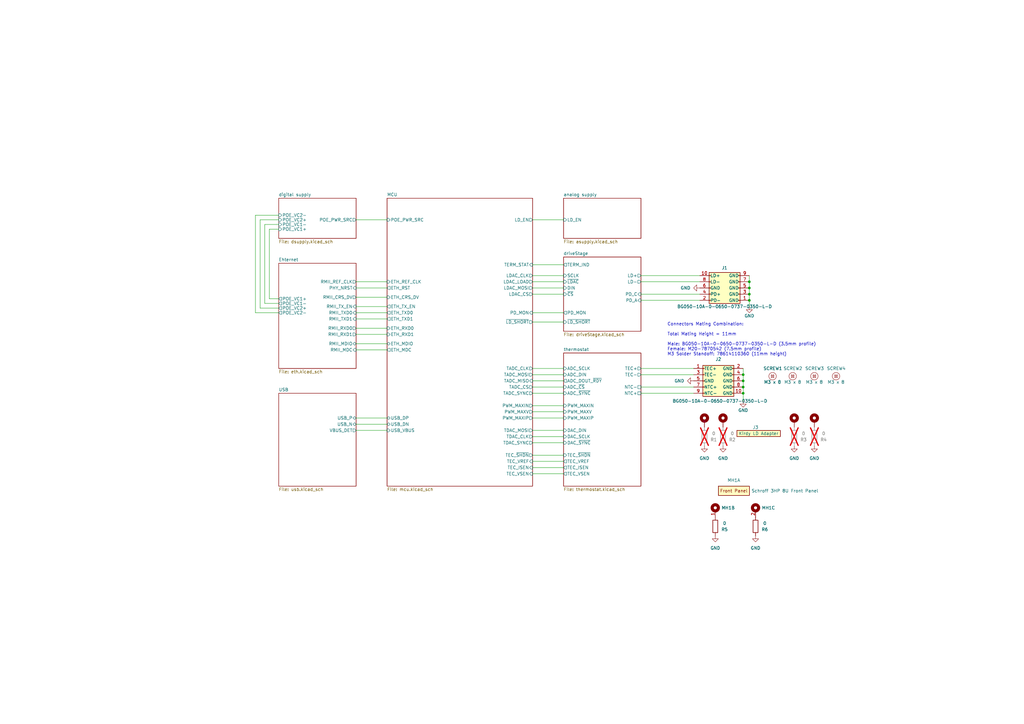
<source format=kicad_sch>
(kicad_sch (version 20230121) (generator eeschema)
  (paper "A3")
  (title_block (title "Kirdy") (date "2023-11-27") (rev "r0_3") (company "M-Labs Limited") (comment 1 "Linus Woo Chun Kit"))
  (lib_symbols
    (symbol "Device:R" (pin_numbers hide) (pin_names (offset 0))
      (property "Reference" "R" (at 2.032 0 90))
      (property "Value" "R" (at 0 0 90))
      (symbol "R_0_1"
        (rectangle (start -1.016 -2.54) (end 1.016 2.54) (stroke (width 0.254)))
      )
      (symbol "R_1_1"
        (pin passive line (at 0 3.81 270) (length 1.27) (name "~") (number "1"))
        (pin passive line (at 0 -3.81 90) (length 1.27) (name "~") (number "2"))
      )
    )
    (symbol "Mechanical:MountingHole_Pad" (pin_numbers hide) (pin_names (offset 1.016) hide)
      (property "Reference" "H" (at 0 6.35 0))
      (property "Value" "MountingHole_Pad" (at 0 4.445 0))
      (symbol "MountingHole_Pad_0_1"
        (circle (center 0 1.27) (radius 1.27) (stroke (width 1.27)))
      )
      (symbol "MountingHole_Pad_1_1"
        (pin input line (at 0 -2.54 90) (length 2.54) (name "1") (number "1"))
      )
    )
    (symbol "Panel_1"
      (property "Reference" "MH" (at 1.27 3.175 0))
      (symbol "Panel_1_1_1"
        (rectangle (start 0 0) (end 12.7 -3.81) (stroke (width 0.254)) (fill (type background)))
        (text "Front Panel" (at 6.35 -1.905 0) (effects (font (size 1.27 1.27))))
      )
      (symbol "Panel_1_2_1"
        (circle (center 0 0) (radius 1.27) (stroke (width 1.27)))
        (pin input line (at 3.81 0 180) (length 2.54) (name "") (number "1"))
      )
      (symbol "Panel_1_3_1"
        (circle (center 0 0) (radius 1.27) (stroke (width 1.27)))
        (pin input line (at 3.81 0 180) (length 2.54) (name "") (number "2"))
      )
    )
    (symbol "kirdy:Kirdy_Adapter_HDR1"
      (property "Reference" "J" (at 5.08 2.54 0))
      (property "Value" "BG050-10A-0-0650-0737-0350-L-D" (at 10.16 -12.7 0))
      (symbol "Kirdy_Adapter_HDR1_1_1"
        (rectangle (start 3.81 -10.033) (end 4.445 -10.287) (stroke (width 0.1524)))
        (rectangle (start 3.81 -7.493) (end 4.445 -7.747) (stroke (width 0.1524)))
        (rectangle (start 3.81 -4.953) (end 4.445 -5.207) (stroke (width 0.1524)))
        (rectangle (start 3.81 -2.413) (end 4.445 -2.667) (stroke (width 0.1524)))
        (rectangle (start 3.81 0.127) (end 4.445 -0.127) (stroke (width 0.1524)))
        (rectangle (start 3.81 1.27) (end 16.51 -11.43) (stroke (width 0.254)) (fill (type background)))
        (rectangle (start 15.875 -10.033) (end 16.51 -10.287) (stroke (width 0.1524)))
        (rectangle (start 15.875 -7.493) (end 16.51 -7.747) (stroke (width 0.1524)))
        (rectangle (start 15.875 -4.953) (end 16.51 -5.207) (stroke (width 0.1524)))
        (rectangle (start 15.875 -2.413) (end 16.51 -2.667) (stroke (width 0.1524)))
        (rectangle (start 15.875 0.127) (end 16.51 -0.127) (stroke (width 0.1524)))
        (pin passive line (at 0 0 0) (length 3.81) (name "TEC+") (number "1"))
        (pin passive line (at 20.32 -10.16 180) (length 3.81) (name "GND") (number "10"))
        (pin passive line (at 20.32 0 180) (length 3.81) (name "GND") (number "2"))
        (pin passive line (at 0 -2.54 0) (length 3.81) (name "TEC-") (number "3"))
        (pin passive line (at 20.32 -2.54 180) (length 3.81) (name "GND") (number "4"))
        (pin passive line (at 0 -5.08 0) (length 3.81) (name "GND") (number "5"))
        (pin passive line (at 20.32 -5.08 180) (length 3.81) (name "GND") (number "6"))
        (pin passive line (at 0 -7.62 0) (length 3.81) (name "NTC+") (number "7"))
        (pin passive line (at 20.32 -7.62 180) (length 3.81) (name "GND") (number "8"))
        (pin passive line (at 0 -10.16 0) (length 3.81) (name "NTC-") (number "9"))
      )
    )
    (symbol "kirdy:Kirdy_Adapter_HDR2"
      (property "Reference" "J" (at 5.08 2.54 0))
      (property "Value" "BG050-10A-0-0650-0737-0350-L-D" (at 10.16 -12.7 0))
      (symbol "Kirdy_Adapter_HDR2_1_1"
        (rectangle (start 3.81 -10.033) (end 4.445 -10.287) (stroke (width 0.1524)))
        (rectangle (start 3.81 -7.493) (end 4.445 -7.747) (stroke (width 0.1524)))
        (rectangle (start 3.81 -4.953) (end 4.445 -5.207) (stroke (width 0.1524)))
        (rectangle (start 3.81 -2.413) (end 4.445 -2.667) (stroke (width 0.1524)))
        (rectangle (start 3.81 0.127) (end 4.445 -0.127) (stroke (width 0.1524)))
        (rectangle (start 3.81 1.27) (end 16.51 -11.43) (stroke (width 0.254)) (fill (type background)))
        (rectangle (start 15.875 -10.033) (end 16.51 -10.287) (stroke (width 0.1524)))
        (rectangle (start 15.875 -7.493) (end 16.51 -7.747) (stroke (width 0.1524)))
        (rectangle (start 15.875 -4.953) (end 16.51 -5.207) (stroke (width 0.1524)))
        (rectangle (start 15.875 -2.413) (end 16.51 -2.667) (stroke (width 0.1524)))
        (rectangle (start 15.875 0.127) (end 16.51 -0.127) (stroke (width 0.1524)))
        (pin passive line (at 0 0 0) (length 3.81) (name "GND") (number "1"))
        (pin passive line (at 20.32 -10.16 180) (length 3.81) (name "LD+") (number "10"))
        (pin passive line (at 20.32 0 180) (length 3.81) (name "PD-") (number "2"))
        (pin passive line (at 0 -2.54 0) (length 3.81) (name "GND") (number "3"))
        (pin passive line (at 20.32 -2.54 180) (length 3.81) (name "PD+") (number "4"))
        (pin passive line (at 0 -5.08 0) (length 3.81) (name "GND") (number "5"))
        (pin passive line (at 20.32 -5.08 180) (length 3.81) (name "GND") (number "6"))
        (pin passive line (at 0 -7.62 0) (length 3.81) (name "GND") (number "7"))
        (pin passive line (at 20.32 -7.62 180) (length 3.81) (name "LD-") (number "8"))
        (pin passive line (at 0 -10.16 0) (length 3.81) (name "GND") (number "9"))
      )
    )
    (symbol "kirdy:Kirdy_LD_Adapter" (pin_names (offset 1.016) hide)
      (property "Reference" "J" (at -6.35 2.54 0))
      (property "Value" "Kirdy_LD_Adapter" (at 1.27 0 0))
      (symbol "Kirdy_LD_Adapter_1_1"
        (rectangle (start -7.62 1.27) (end 10.16 -1.27) (stroke (width 0.254)) (fill (type background)))
      )
    )
    (symbol "kirdy:Panel"
      (property "Reference" "MH" (at 1.27 3.175 0))
      (symbol "Panel_1_1"
        (rectangle (start 0 0) (end 12.7 -3.81) (stroke (width 0.254)) (fill (type background)))
        (text "Front Panel" (at 6.35 -1.905 0) (effects (font (size 1.27 1.27))))
      )
      (symbol "Panel_2_1"
        (circle (center 0 0) (radius 1.27) (stroke (width 1.27)))
        (pin input line (at 3.81 0 180) (length 2.54) (name "") (number "1"))
      )
      (symbol "Panel_3_1"
        (circle (center 0 0) (radius 1.27) (stroke (width 1.27)))
        (pin input line (at 3.81 0 180) (length 2.54) (name "") (number "2"))
      )
    )
    (symbol "kirdy:Screw" (on_board no)
      (property "Reference" "SCREW" (at 3.048 2.54 0))
      (symbol "Screw_0_1"
        (polyline (pts (xy -0.254 0) (xy -0.635 -0.381) (xy -0.381 -0.635) (xy 0 -0.254)))
        (polyline (pts (xy 0 -0.254) (xy 0.381 -0.635) (xy 0.635 -0.381) (xy 0.254 0)))
        (polyline (pts (xy 0 0.254) (xy -0.381 0.635) (xy -0.635 0.381) (xy -0.254 0)))
        (polyline (pts (xy 0.254 0) (xy 0.635 0.381) (xy 0.381 0.635) (xy 0 0.254)))
        (circle (center 0 0) (radius 1.524))
      )
    )
    (symbol "power:GND" (power) (pin_names (offset 0))
      (property "Value" "GND" (at 0 -3.81 0))
      (symbol "GND_0_1"
        (polyline (pts (xy 0 0) (xy 0 -1.27) (xy 1.27 -1.27) (xy 0 -2.54) (xy -1.27 -1.27) (xy 0 -1.27)))
      )
      (symbol "GND_1_1"
        (pin power_in line (at 0 0 270) (length 0) hide (name "GND") (number "1"))
      )
    )
  )
  (junction (at 307.34 118.11))
  (junction (at 304.8 153.67))
  (junction (at 304.8 158.75))
  (junction (at 304.8 161.29))
  (junction (at 307.34 120.65))
  (junction (at 307.34 123.19))
  (junction (at 307.34 115.57))
  (junction (at 304.8 156.21))
  (wire (pts (xy 304.8 153.67) (xy 304.8 156.21)))
  (wire (pts (xy 146.05 176.53) (xy 158.75 176.53)))
  (wire (pts (xy 108.585 92.075) (xy 108.585 124.46)))
  (wire (pts (xy 218.44 168.91) (xy 231.14 168.91)))
  (wire (pts (xy 106.68 126.365) (xy 106.68 90.17)))
  (wire (pts (xy 218.44 176.53) (xy 231.14 176.53)))
  (wire (pts (xy 304.8 151.13) (xy 304.8 153.67)))
  (wire (pts (xy 146.05 125.73) (xy 158.75 125.73)))
  (wire (pts (xy 307.34 115.57) (xy 307.34 118.11)))
  (wire (pts (xy 262.89 123.19) (xy 287.02 123.19)))
  (wire (pts (xy 114.3 122.555) (xy 110.49 122.555)))
  (wire (pts (xy 218.44 151.13) (xy 231.14 151.13)))
  (wire (pts (xy 146.05 173.99) (xy 158.75 173.99)))
  (wire (pts (xy 218.44 161.29) (xy 231.14 161.29)))
  (wire (pts (xy 146.05 115.57) (xy 158.75 115.57)))
  (wire (pts (xy 218.44 90.17) (xy 231.14 90.17)))
  (wire (pts (xy 218.44 171.45) (xy 231.14 171.45)))
  (wire (pts (xy 146.05 140.97) (xy 158.75 140.97)))
  (wire (pts (xy 218.44 194.31) (xy 231.14 194.31)))
  (wire (pts (xy 218.44 166.37) (xy 231.14 166.37)))
  (wire (pts (xy 218.44 189.23) (xy 231.14 189.23)))
  (wire (pts (xy 218.44 179.07) (xy 231.14 179.07)))
  (wire (pts (xy 262.89 161.29) (xy 284.48 161.29)))
  (wire (pts (xy 146.05 121.92) (xy 158.75 121.92)))
  (wire (pts (xy 146.05 171.45) (xy 158.75 171.45)))
  (wire (pts (xy 307.34 120.65) (xy 307.34 123.19)))
  (wire (pts (xy 262.89 113.03) (xy 287.02 113.03)))
  (wire (pts (xy 146.05 90.17) (xy 158.75 90.17)))
  (wire (pts (xy 114.3 92.075) (xy 108.585 92.075)))
  (wire (pts (xy 110.49 93.98) (xy 114.3 93.98)))
  (wire (pts (xy 304.8 156.21) (xy 304.8 158.75)))
  (wire (pts (xy 106.68 90.17) (xy 114.3 90.17)))
  (wire (pts (xy 110.49 122.555) (xy 110.49 93.98)))
  (wire (pts (xy 304.8 158.75) (xy 304.8 161.29)))
  (wire (pts (xy 114.3 88.265) (xy 104.775 88.265)))
  (wire (pts (xy 307.34 123.19) (xy 307.34 125.73)))
  (wire (pts (xy 146.05 130.81) (xy 158.75 130.81)))
  (wire (pts (xy 218.44 115.57) (xy 231.14 115.57)))
  (wire (pts (xy 262.89 120.65) (xy 287.02 120.65)))
  (wire (pts (xy 146.05 118.11) (xy 158.75 118.11)))
  (wire (pts (xy 114.3 126.365) (xy 106.68 126.365)))
  (wire (pts (xy 146.05 128.27) (xy 158.75 128.27)))
  (wire (pts (xy 304.8 161.29) (xy 304.8 164.465)))
  (wire (pts (xy 262.89 158.75) (xy 284.48 158.75)))
  (wire (pts (xy 104.775 88.265) (xy 104.775 128.27)))
  (wire (pts (xy 218.44 132.08) (xy 231.14 132.08)))
  (wire (pts (xy 146.05 134.62) (xy 158.75 134.62)))
  (wire (pts (xy 218.44 118.11) (xy 231.14 118.11)))
  (wire (pts (xy 307.34 113.03) (xy 307.34 115.57)))
  (wire (pts (xy 218.44 156.21) (xy 231.14 156.21)))
  (wire (pts (xy 307.34 118.11) (xy 307.34 120.65)))
  (wire (pts (xy 218.44 128.27) (xy 231.14 128.27)))
  (wire (pts (xy 218.44 186.69) (xy 231.14 186.69)))
  (wire (pts (xy 218.44 153.67) (xy 231.14 153.67)))
  (wire (pts (xy 218.44 108.585) (xy 231.14 108.585)))
  (wire (pts (xy 218.44 181.61) (xy 231.14 181.61)))
  (wire (pts (xy 218.44 158.75) (xy 231.14 158.75)))
  (wire (pts (xy 218.44 120.65) (xy 231.14 120.65)))
  (wire (pts (xy 262.89 151.13) (xy 284.48 151.13)))
  (wire (pts (xy 262.89 153.67) (xy 284.48 153.67)))
  (wire (pts (xy 108.585 124.46) (xy 114.3 124.46)))
  (wire (pts (xy 146.05 143.51) (xy 158.75 143.51)))
  (wire (pts (xy 262.89 115.57) (xy 287.02 115.57)))
  (wire (pts (xy 104.775 128.27) (xy 114.3 128.27)))
  (wire (pts (xy 218.44 191.77) (xy 231.14 191.77)))
  (wire (pts (xy 218.44 113.03) (xy 231.14 113.03)))
  (wire (pts (xy 146.05 137.16) (xy 158.75 137.16)))
  (text "Connectors Mating Combination:\n\nTotal Mating Height = 11mm\n\nMale: BG050-10A-0-0650-0737-0350-L-D (3.5mm profile) \nFemale: M20-7870542 (7.5mm profile) \nM3 Solder Standoff: 78614110360 (11mm height)" (at 273.685 146.05 0) (effects (font (size 1.27 1.27)) (justify left bottom)))
  (symbol (lib_id "power:GND") (at 309.88 219.71 0) (unit 1)
    (property "Reference" "#PWR010" (effects hide))
    (property "Value" "GND" (at 309.88 224.79 0))
  )
  (symbol (lib_id "kirdy:Screw") (at 334.01 154.305 0) (unit 1) (on_board no)
    (property "Reference" "SCREW3" (at 330.2 151.13 0) (effects (justify left)))
    (property "Value" "M3 x 8" (at 334.01 156.718 0))
    (property "MFR_PN" "FH4-M3-8" (effects hide))
  )
  (symbol (lib_id "Device:R") (at 296.545 179.07 180) (unit 1) (dnp yes)
    (property "Reference" "R2" (at 300.355 180.34 0))
    (property "Value" "0" (at 300.355 177.8 0))
    (property "Footprint" "Resistor_SMD:R_0603_1608Metric" (effects hide))
    (property "MFR_PN" "RMCF0603ZT0R00" (effects hide))
    (property "MFR_PN_ALT" "CR0603-J/-000ELF" (effects hide))
  )
  (symbol (lib_id "Device:R") (at 293.37 215.9 180) (unit 1)
    (property "Reference" "R5" (at 297.18 217.17 0))
    (property "Value" "0" (at 297.18 214.63 0))
    (property "Footprint" "Resistor_SMD:R_0603_1608Metric" (effects hide))
    (property "MFR_PN" "RMCF0603ZT0R00" (effects hide))
    (property "MFR_PN_ALT" "CR0603-J/-000ELF" (effects hide))
  )
  (symbol (lib_id "kirdy:Kirdy_LD_Adapter") (at 309.88 177.8 0) (unit 1)
    (property "Reference" "J3" (at 309.88 175.26 0))
    (property "Value" "Kirdy LD Adapter" (at 311.15 177.8 0))
    (property "Footprint" "kirdy:Kirdy_LD_Adapter" (effects hide))
    (property "MFR_PN" "Kirdy_LD_Adapter_PCB" (effects hide))
  )
  (symbol (lib_id "kirdy:Panel") (at 309.88 208.28 270) (unit 3)
    (property "Reference" "MH1" (at 312.42 208.28 90) (effects (justify left)))
    (property "Value" "Schroff 3HP 8U Front Panel" (effects hide))
    (property "Footprint" "kirdy:Panel" (effects hide))
    (property "MFR_PN" "20818022" (effects hide))
  )
  (symbol (lib_id "kirdy:Screw") (at 316.865 154.305 0) (unit 1) (on_board no)
    (property "Reference" "SCREW1" (at 313.055 151.13 0) (effects (justify left)))
    (property "Value" "M3 x 8" (at 316.865 156.718 0))
    (property "MFR_PN" "FH4-M3-8" (effects hide))
  )
  (symbol (lib_id "kirdy:Kirdy_Adapter_HDR2") (at 307.34 123.19 180) (unit 1)
    (property "Reference" "J1" (at 297.18 109.855 0))
    (property "Value" "BG050-10A-0-0650-0737-0350-L-D" (at 297.18 125.73 0))
    (property "Footprint" "kirdy:BG050-10A-0-0650-0737-0350-L-D" (effects hide))
    (property "MFR_PN" "BG050-10A-0-0650-0737-0350-L-D" (effects hide))
    (property "MFR_PN_ALT" "BG050-10A-0-0450-0737-0350-L-D " (effects hide))
  )
  (symbol (lib_name "Panel_1") (lib_id "kirdy:Panel") (at 294.64 199.39 0) (unit 1)
    (property "Reference" "MH1" (at 300.99 196.977 0))
    (property "Value" "Schroff 3HP 8U Front Panel" (at 321.945 201.295 0))
    (property "Footprint" "kirdy:Panel" (effects hide))
    (property "MFR_PN" "20818022" (effects hide))
  )
  (symbol (lib_id "power:GND") (at 307.34 125.73 0) (unit 1)
    (property "Reference" "#PWR02" (effects hide))
    (property "Value" "GND" (at 307.34 129.54 0))
  )
  (symbol (lib_id "kirdy:Screw") (at 342.9 154.305 0) (unit 1) (on_board no)
    (property "Reference" "SCREW4" (at 339.09 151.13 0) (effects (justify left)))
    (property "Value" "M3 x 8" (at 342.9 156.718 0))
    (property "MFR_PN" "FH4-M3-8" (effects hide))
  )
  (symbol (lib_id "Mechanical:MountingHole_Pad") (at 325.755 172.72 0) (unit 1)
    (property "Reference" "H3" (effects hide))
    (property "Value" "78614110360" (effects hide))
    (property "Footprint" "Mounting_Wuerth:Mounting_Wuerth_WA-SMSI-M3_H11mm_9774110360" (effects hide))
    (property "MFR_PN" "78614110360" (effects hide))
    (property "MFT_PN_ALT" "9774110360R" (effects hide))
  )
  (symbol (lib_id "power:GND") (at 287.02 118.11 270) (unit 1)
    (property "Reference" "#PWR01" (effects hide))
    (property "Value" "GND" (at 283.21 118.11 90) (effects (justify right)))
  )
  (symbol (lib_id "Mechanical:MountingHole_Pad") (at 288.925 172.72 0) (unit 1)
    (property "Reference" "H1" (effects hide))
    (property "Value" "78614110360" (effects hide))
    (property "Footprint" "Mounting_Wuerth:Mounting_Wuerth_WA-SMSI-M3_H11mm_9774110360" (effects hide))
    (property "Datasheet" "~" (at 288.925 172.72 0))
    (property "MFR_PN" "78614110360" (effects hide))
    (property "MFR_PN_ALT" "9774110360R" (effects hide))
  )
  (symbol (lib_id "Device:R") (at 325.755 179.07 180) (unit 1) (dnp yes)
    (property "Reference" "R3" (at 329.565 180.34 0))
    (property "Value" "0" (at 329.565 177.8 0))
    (property "Footprint" "Resistor_SMD:R_0603_1608Metric" (effects hide))
    (property "MFR_PN" "RMCF0603ZT0R00" (effects hide))
    (property "MFR_PN_ALT" "CR0603-J/-000ELF" (effects hide))
  )
  (symbol (lib_id "power:GND") (at 296.545 182.88 0) (unit 1)
    (property "Reference" "#PWR06" (effects hide))
    (property "Value" "GND" (at 296.545 187.96 0))
  )
  (symbol (lib_id "power:GND") (at 288.925 182.88 0) (unit 1)
    (property "Reference" "#PWR05" (effects hide))
    (property "Value" "GND" (at 288.925 187.96 0))
  )
  (symbol (lib_id "Mechanical:MountingHole_Pad") (at 334.01 172.72 0) (unit 1)
    (property "Reference" "H4" (effects hide))
    (property "Value" "78614110360" (effects hide))
    (property "Footprint" "Mounting_Wuerth:Mounting_Wuerth_WA-SMSI-M3_H11mm_9774110360" (effects hide))
    (property "MFR_PN" "78614110360" (effects hide))
    (property "MFR_PN_ALT" "9774110360R" (effects hide))
  )
  (symbol (lib_id "Mechanical:MountingHole_Pad") (at 296.545 172.72 0) (unit 1)
    (property "Reference" "H2" (effects hide))
    (property "Value" "78614110360" (effects hide))
    (property "Footprint" "Mounting_Wuerth:Mounting_Wuerth_WA-SMSI-M3_H11mm_9774110360" (effects hide))
    (property "MFR_PN" "78614110360" (effects hide))
    (property "MFR_PN_ALT" "9774110360R" (effects hide))
  )
  (symbol (lib_id "power:GND") (at 334.01 182.88 0) (unit 1)
    (property "Reference" "#PWR08" (effects hide))
    (property "Value" "GND" (at 334.01 187.96 0))
  )
  (symbol (lib_id "kirdy:Screw") (at 325.12 154.305 0) (unit 1) (on_board no)
    (property "Reference" "SCREW2" (at 321.31 151.13 0) (effects (justify left)))
    (property "Value" "M3 x 8" (at 325.12 156.718 0))
    (property "MFR_PN" "FH4-M3-8" (effects hide))
  )
  (symbol (lib_id "Device:R") (at 334.01 179.07 180) (unit 1) (dnp yes)
    (property "Reference" "R4" (at 337.82 180.34 0))
    (property "Value" "0" (at 337.82 177.8 0))
    (property "Footprint" "Resistor_SMD:R_0603_1608Metric" (effects hide))
    (property "MFR_PN" "RMCF0603ZT0R00" (effects hide))
    (property "MFR_PN_ALT" "CR0603-J/-000ELF" (effects hide))
  )
  (symbol (lib_id "power:GND") (at 293.37 219.71 0) (unit 1)
    (property "Reference" "#PWR09" (effects hide))
    (property "Value" "GND" (at 293.37 224.79 0))
  )
  (symbol (lib_id "power:GND") (at 284.48 156.21 270) (unit 1)
    (property "Reference" "#PWR03" (effects hide))
    (property "Value" "GND" (at 280.67 156.21 90) (effects (justify right)))
  )
  (symbol (lib_id "Device:R") (at 288.925 179.07 180) (unit 1) (dnp yes)
    (property "Reference" "R1" (at 292.735 180.34 0))
    (property "Value" "0" (at 292.735 177.8 0))
    (property "Footprint" "Resistor_SMD:R_0603_1608Metric" (effects hide))
    (property "MFR_PN" "RMCF0603ZT0R00" (effects hide))
    (property "MFR_PN_ALT" "CR0603-J/-000ELF" (effects hide))
  )
  (symbol (lib_id "kirdy:Panel") (at 293.37 208.28 270) (unit 2)
    (property "Reference" "MH1" (at 295.91 208.28 90) (effects (justify left)))
    (property "Value" "Schroff 3HP 8U Front Panel" (effects hide))
    (property "Footprint" "kirdy:Panel" (effects hide))
    (property "MFR_PN" "20818022" (effects hide))
  )
  (symbol (lib_id "kirdy:Kirdy_Adapter_HDR1") (at 284.48 151.13 0) (unit 1)
    (property "Reference" "J2" (at 294.64 147.32 0))
    (property "Value" "BG050-10A-0-0650-0737-0350-L-D" (at 295.275 164.465 0))
    (property "Footprint" "kirdy:BG050-10A-0-0650-0737-0350-L-D" (effects hide))
    (property "MFR_PN" "BG050-10A-0-0650-0737-0350-L-D" (effects hide))
    (property "MFR_PN_ALT" "BG050-10A-0-0450-0737-0350-L-D " (effects hide))
  )
  (symbol (lib_id "power:GND") (at 304.8 164.465 0) (unit 1)
    (property "Reference" "#PWR04" (effects hide))
    (property "Value" "GND" (at 304.8 168.275 0))
  )
  (symbol (lib_id "power:GND") (at 325.755 182.88 0) (unit 1)
    (property "Reference" "#PWR07" (effects hide))
    (property "Value" "GND" (at 325.755 187.96 0))
  )
  (symbol (lib_id "Device:R") (at 309.88 215.9 180) (unit 1)
    (property "Reference" "R6" (at 313.69 217.17 0))
    (property "Value" "0" (at 313.69 214.63 0))
    (property "Footprint" "Resistor_SMD:R_0603_1608Metric" (effects hide))
    (property "MFR_PN" "RMCF0603ZT0R00" (effects hide))
    (property "MFR_PN_ALT" "CR0603-J/-000ELF" (effects hide))
  )
  (sheet (at 114.3 107.95) (size 31.75 43.18) (stroke (width 0.1524))
    (property "Sheetname" "Ehternet" (at 114.3 107.2384 0) (effects (justify left bottom)))
    (property "Sheetfile" "eth.kicad_sch" (at 114.3 151.7146 0) (effects (justify left top)))
    (pin "RMII_MDIO" bidirectional (at 146.05 140.97 0))
    (pin "PHY_NRST" input (at 146.05 118.11 0))
    (pin "RMII_MDC" input (at 146.05 143.51 0))
    (pin "RMII_CRS_DV" output (at 146.05 121.92 0))
    (pin "RMII_TX_EN" input (at 146.05 125.73 0))
    (pin "RMII_TXD0" input (at 146.05 128.27 0))
    (pin "RMII_TXD1" input (at 146.05 130.81 0))
    (pin "RMII_RXD0" output (at 146.05 134.62 0))
    (pin "RMII_RXD1" output (at 146.05 137.16 0))
    (pin "RMII_REF_CLK" output (at 146.05 115.57 0))
    (pin "POE_VC1+" output (at 114.3 122.555 180))
    (pin "POE_VC1-" output (at 114.3 124.46 180))
    (pin "POE_VC2+" output (at 114.3 126.365 180))
    (pin "POE_VC2-" output (at 114.3 128.27 180))
  )
  (sheet (at 114.3 161.29) (size 31.75 38.1) (stroke (width 0.1524))
    (property "Sheetname" "USB" (at 114.3 160.5784 0) (effects (justify left bottom)))
    (property "Sheetfile" "usb.kicad_sch" (at 114.3 199.9746 0) (effects (justify left top)))
    (pin "USB_N" bidirectional (at 146.05 173.99 0))
    (pin "USB_P" bidirectional (at 146.05 171.45 0))
    (pin "VBUS_DET" output (at 146.05 176.53 0))
  )
  (sheet (at 231.14 105.41) (size 31.75 30.48) (stroke (width 0.1524))
    (property "Sheetname" "driveStage" (at 231.14 104.6984 0) (effects (justify left bottom)))
    (property "Sheetfile" "driveStage.kicad_sch" (at 231.14 136.4746 0) (effects (justify left top)))
    (pin "LD-" output (at 262.89 115.57 0))
    (pin "LD+" output (at 262.89 113.03 0))
    (pin "SCLK" input (at 231.14 113.03 180))
    (pin "DIN" input (at 231.14 118.11 180))
    (pin "~{LDAC}" input (at 231.14 115.57 180))
    (pin "~{CS}" input (at 231.14 120.65 180))
    (pin "PD_A" input (at 262.89 123.19 0))
    (pin "PD_C" input (at 262.89 120.65 0))
    (pin "PD_MON" output (at 231.14 128.27 180))
    (pin "~{LD_SHORT}" input (at 231.14 132.08 180))
    (pin "TERM_IND" output (at 231.14 108.585 180))
  )
  (sheet (at 114.3 81.28) (size 31.75 16.51) (stroke (width 0.1524))
    (property "Sheetname" "digital supply" (at 114.3 80.5684 0) (effects (justify left bottom)))
    (property "Sheetfile" "dsupply.kicad_sch" (at 114.3 98.3746 0) (effects (justify left top)))
    (pin "POE_PWR_SRC" output (at 146.05 90.17 0))
    (pin "POE_VC1-" input (at 114.3 92.075 180))
    (pin "POE_VC2-" input (at 114.3 88.265 180))
    (pin "POE_VC1+" input (at 114.3 93.98 180))
    (pin "POE_VC2+" input (at 114.3 90.17 180))
  )
  (sheet (at 231.14 144.78) (size 31.75 54.61) (stroke (width 0.1524))
    (property "Sheetname" "thermostat" (at 231.14 144.0684 0) (effects (justify left bottom)))
    (property "Sheetfile" "thermostat.kicad_sch" (at 231.14 199.9746 0) (effects (justify left top)))
    (pin "TEC-" output (at 262.89 153.67 0))
    (pin "TEC+" output (at 262.89 151.13 0))
    (pin "NTC-" passive (at 262.89 158.75 0))
    (pin "NTC+" passive (at 262.89 161.29 0))
    (pin "DAC_~{SYNC}" input (at 231.14 181.61 180))
    (pin "DAC_SCLK" input (at 231.14 179.07 180))
    (pin "DAC_DIN" input (at 231.14 176.53 180))
    (pin "PWM_MAXV" input (at 231.14 168.91 180))
    (pin "ADC_SCLK" input (at 231.14 151.13 180))
    (pin "ADC_DIN" input (at 231.14 153.67 180))
    (pin "ADC_DOUT_~{RDY}" output (at 231.14 156.21 180))
    (pin "ADC_~{CS}" input (at 231.14 158.75 180))
    (pin "ADC_~{SYNC}" input (at 231.14 161.29 180))
    (pin "PWM_MAXIN" input (at 231.14 166.37 180))
    (pin "PWM_MAXIP" input (at 231.14 171.45 180))
    (pin "TEC_~{SHDN}" input (at 231.14 186.69 180))
    (pin "TEC_ISEN" output (at 231.14 191.77 180))
    (pin "TEC_VREF" output (at 231.14 189.23 180))
    (pin "TEC_VSEN" output (at 231.14 194.31 180))
  )
  (sheet (at 231.14 81.28) (size 31.75 16.51) (stroke (width 0.1524))
    (property "Sheetname" "analog supply" (at 231.14 80.5684 0) (effects (justify left bottom)))
    (property "Sheetfile" "asupply.kicad_sch" (at 231.14 98.3746 0) (effects (justify left top)))
    (pin "LD_EN" input (at 231.14 90.17 180))
  )
  (sheet (at 158.75 81.28) (size 59.69 118.11) (stroke (width 0.1524))
    (property "Sheetname" "MCU" (at 158.75 80.5684 0) (effects (justify left bottom)))
    (property "Sheetfile" "mcu.kicad_sch" (at 158.75 199.9746 0) (effects (justify left top)))
    (pin "ETH_RST" output (at 158.75 118.11 180))
    (pin "ETH_MDIO" bidirectional (at 158.75 140.97 180))
    (pin "PD_MON" input (at 218.44 128.27 0))
    (pin "TEC_~{SHDN}" output (at 218.44 186.69 0))
    (pin "TEC_VREF" input (at 218.44 189.23 0))
    (pin "ETH_CRS_DV" input (at 158.75 121.92 180))
    (pin "USB_VBUS" input (at 158.75 176.53 180))
    (pin "TEC_ISEN" input (at 218.44 191.77 0))
    (pin "TEC_VSEN" input (at 218.44 194.31 0))
    (pin "USB_DP" bidirectional (at 158.75 171.45 180))
    (pin "USB_DN" bidirectional (at 158.75 173.99 180))
    (pin "TADC_CS" output (at 218.44 158.75 0))
    (pin "LDAC_CLK" output (at 218.44 113.03 0))
    (pin "ETH_TX_EN" output (at 158.75 125.73 180))
    (pin "ETH_TXD0" output (at 158.75 128.27 180))
    (pin "ETH_TXD1" output (at 158.75 130.81 180))
    (pin "LDAC_LOAD" output (at 218.44 115.57 0))
    (pin "POE_PWR_SRC" input (at 158.75 90.17 180))
    (pin "ETH_RXD0" input (at 158.75 134.62 180))
    (pin "ETH_RXD1" input (at 158.75 137.16 180))
    (pin "LDAC_MOSI" output (at 218.44 118.11 0))
    (pin "TADC_MOSI" output (at 218.44 153.67 0))
    (pin "TADC_MISO" input (at 218.44 156.21 0))
    (pin "PWM_MAXIP" output (at 218.44 171.45 0))
    (pin "ETH_MDC" output (at 158.75 143.51 180))
    (pin "LDAC_CS" output (at 218.44 120.65 0))
    (pin "TADC_SYNC" output (at 218.44 161.29 0))
    (pin "TDAC_CLK" output (at 218.44 179.07 0))
    (pin "TDAC_SYNC" output (at 218.44 181.61 0))
    (pin "TDAC_MOSI" output (at 218.44 176.53 0))
    (pin "PWM_MAXIN" output (at 218.44 166.37 0))
    (pin "PWM_MAXV" output (at 218.44 168.91 0))
    (pin "TADC_CLK" output (at 218.44 151.13 0))
    (pin "ETH_REF_CLK" input (at 158.75 115.57 180))
    (pin "LD_EN" output (at 218.44 90.17 0))
    (pin "~{LD_SHORT}" output (at 218.44 132.08 0))
    (pin "TERM_STAT" input (at 218.44 108.585 0))
  )
)
</source>
